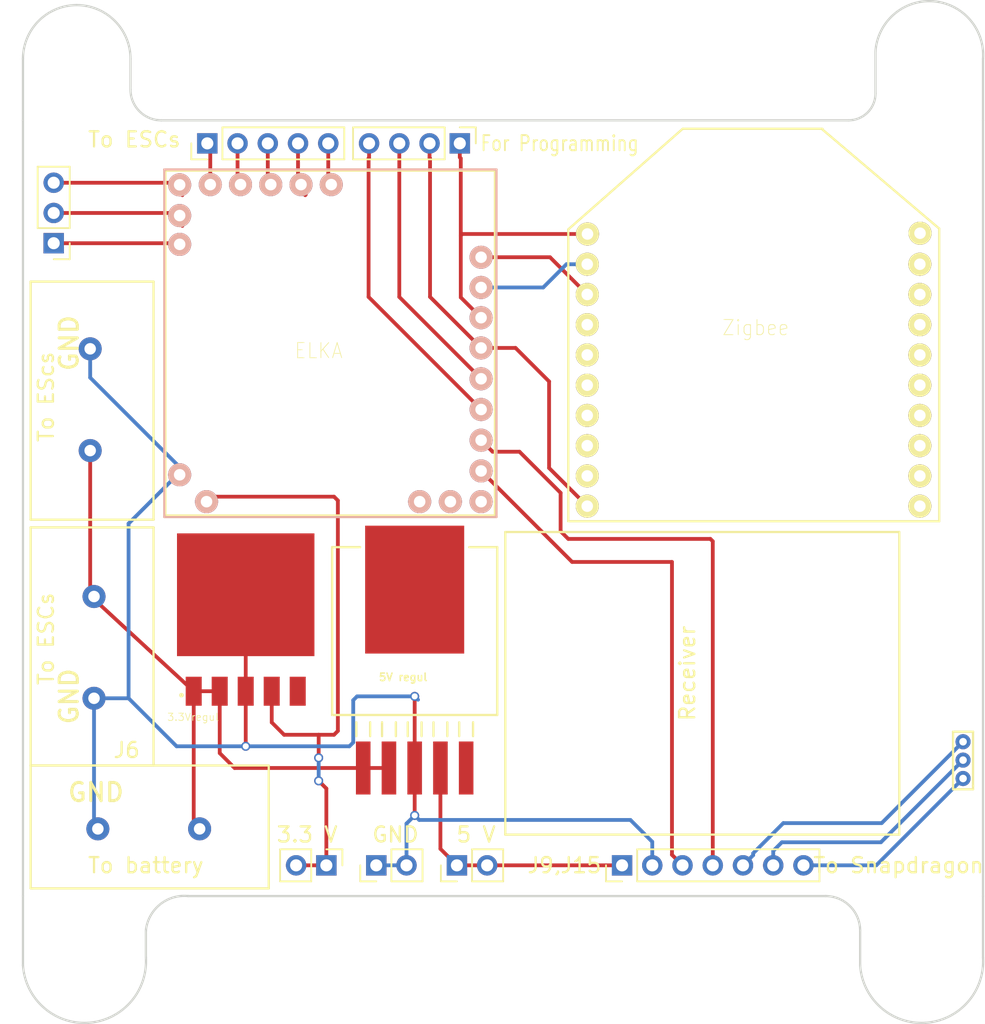
<source format=kicad_pcb>
(kicad_pcb (version 20171130) (host pcbnew 5.0.0-rc3-unknown-3e22e5c~65~ubuntu16.04.1)

  (general
    (thickness 1.6)
    (drawings 31)
    (tracks 130)
    (zones 0)
    (modules 19)
    (nets 46)
  )

  (page A4)
  (title_block
    (title Phoenix)
  )

  (layers
    (0 F.Cu signal)
    (31 B.Cu signal)
    (32 B.Adhes user)
    (33 F.Adhes user)
    (34 B.Paste user)
    (35 F.Paste user)
    (36 B.SilkS user)
    (37 F.SilkS user)
    (38 B.Mask user)
    (39 F.Mask user)
    (40 Dwgs.User user)
    (41 Cmts.User user)
    (42 Eco1.User user)
    (43 Eco2.User user)
    (44 Edge.Cuts user)
    (45 Margin user)
    (46 B.CrtYd user)
    (47 F.CrtYd user)
    (48 B.Fab user)
    (49 F.Fab user)
  )

  (setup
    (last_trace_width 0.25)
    (trace_clearance 0.2)
    (zone_clearance 0.508)
    (zone_45_only no)
    (trace_min 0.2)
    (segment_width 0.2)
    (edge_width 0.15)
    (via_size 0.6)
    (via_drill 0.4)
    (via_min_size 0.4)
    (via_min_drill 0.3)
    (uvia_size 0.3)
    (uvia_drill 0.1)
    (uvias_allowed no)
    (uvia_min_size 0.2)
    (uvia_min_drill 0.1)
    (pcb_text_width 0.3)
    (pcb_text_size 1.5 1.5)
    (mod_edge_width 0.15)
    (mod_text_size 1 1)
    (mod_text_width 0.15)
    (pad_size 1.524 1.524)
    (pad_drill 0.732)
    (pad_to_mask_clearance 0.2)
    (aux_axis_origin 0 0)
    (visible_elements FFFFFF7F)
    (pcbplotparams
      (layerselection 0x010f0_ffffffff)
      (usegerberextensions false)
      (usegerberattributes false)
      (usegerberadvancedattributes false)
      (creategerberjobfile false)
      (excludeedgelayer true)
      (linewidth 0.100000)
      (plotframeref false)
      (viasonmask false)
      (mode 1)
      (useauxorigin false)
      (hpglpennumber 1)
      (hpglpenspeed 20)
      (hpglpendiameter 15.000000)
      (psnegative false)
      (psa4output false)
      (plotreference true)
      (plotvalue true)
      (plotinvisibletext false)
      (padsonsilk false)
      (subtractmaskfromsilk false)
      (outputformat 1)
      (mirror false)
      (drillshape 0)
      (scaleselection 1)
      (outputdirectory "Gerber_files_ver2/"))
  )

  (net 0 "")
  (net 1 "Net-(E1-PadI)")
  (net 2 "Net-(E1-PadH)")
  (net 3 "Net-(E1-PadG)")
  (net 4 "Net-(E1-PadF)")
  (net 5 "Net-(E1-PadE)")
  (net 6 "Net-(E1-PadD)")
  (net 7 "Net-(E1-PadC)")
  (net 8 "Net-(E1-PadB)")
  (net 9 "Net-(E1-PadA)")
  (net 10 "Net-(E1-Pad9)")
  (net 11 "Net-(E1-Pad10)")
  (net 12 "Net-(E1-Pad3)")
  (net 13 "Net-(E1-Pad2)")
  (net 14 "Net-(E1-Pad1)")
  (net 15 "Net-(E1-Pad4)")
  (net 16 "Net-(E1-Pad5)")
  (net 17 "Net-(E1-Pad6)")
  (net 18 "Net-(E1-Pad7)")
  (net 19 "Net-(E1-Pad8)")
  (net 20 "Net-(E1-Pad12)")
  (net 21 "Net-(E1-Pad11)")
  (net 22 "Net-(J1-Pad2)")
  (net 23 "Net-(J9,J15-Pad3)")
  (net 24 "Net-(U1-Pad4)")
  (net 25 "Net-(U1-Pad5)")
  (net 26 "Net-(U1-Pad6)")
  (net 27 "Net-(U1-Pad7)")
  (net 28 "Net-(U1-Pad8)")
  (net 29 "Net-(U1-Pad9)")
  (net 30 "Net-(U1-Pad20)")
  (net 31 "Net-(U1-Pad19)")
  (net 32 "Net-(U1-Pad18)")
  (net 33 "Net-(U1-Pad17)")
  (net 34 "Net-(U1-Pad16)")
  (net 35 "Net-(U1-Pad15)")
  (net 36 "Net-(U1-Pad14)")
  (net 37 "Net-(U1-Pad13)")
  (net 38 "Net-(U1-Pad12)")
  (net 39 "Net-(U1-Pad11)")
  (net 40 "Net-(J5-Pad1)")
  (net 41 "Net-(J9,J15-Pad4)")
  (net 42 "Net-(J9,J15-Pad5)")
  (net 43 "Net-(U2-Pad5)")
  (net 44 "Net-(U2-Pad6)")
  (net 45 "Net-(U3-Pad5)")

  (net_class Default "This is the default net class."
    (clearance 0.2)
    (trace_width 0.25)
    (via_dia 0.6)
    (via_drill 0.4)
    (uvia_dia 0.3)
    (uvia_drill 0.1)
    (add_net "Net-(E1-Pad1)")
    (add_net "Net-(E1-Pad10)")
    (add_net "Net-(E1-Pad11)")
    (add_net "Net-(E1-Pad12)")
    (add_net "Net-(E1-Pad2)")
    (add_net "Net-(E1-Pad3)")
    (add_net "Net-(E1-Pad4)")
    (add_net "Net-(E1-Pad5)")
    (add_net "Net-(E1-Pad6)")
    (add_net "Net-(E1-Pad7)")
    (add_net "Net-(E1-Pad8)")
    (add_net "Net-(E1-Pad9)")
    (add_net "Net-(E1-PadA)")
    (add_net "Net-(E1-PadB)")
    (add_net "Net-(E1-PadC)")
    (add_net "Net-(E1-PadD)")
    (add_net "Net-(E1-PadE)")
    (add_net "Net-(E1-PadF)")
    (add_net "Net-(E1-PadG)")
    (add_net "Net-(E1-PadH)")
    (add_net "Net-(E1-PadI)")
    (add_net "Net-(J1-Pad2)")
    (add_net "Net-(J5-Pad1)")
    (add_net "Net-(J9,J15-Pad3)")
    (add_net "Net-(J9,J15-Pad4)")
    (add_net "Net-(J9,J15-Pad5)")
    (add_net "Net-(U1-Pad11)")
    (add_net "Net-(U1-Pad12)")
    (add_net "Net-(U1-Pad13)")
    (add_net "Net-(U1-Pad14)")
    (add_net "Net-(U1-Pad15)")
    (add_net "Net-(U1-Pad16)")
    (add_net "Net-(U1-Pad17)")
    (add_net "Net-(U1-Pad18)")
    (add_net "Net-(U1-Pad19)")
    (add_net "Net-(U1-Pad20)")
    (add_net "Net-(U1-Pad4)")
    (add_net "Net-(U1-Pad5)")
    (add_net "Net-(U1-Pad6)")
    (add_net "Net-(U1-Pad7)")
    (add_net "Net-(U1-Pad8)")
    (add_net "Net-(U1-Pad9)")
    (add_net "Net-(U2-Pad5)")
    (add_net "Net-(U2-Pad6)")
    (add_net "Net-(U3-Pad5)")
  )

  (module Pin_Headers:Pin_Header_Straight_1x07_Pitch2.00mm (layer F.Cu) (tedit 5B47922D) (tstamp 5B478ACE)
    (at 141.732 119.888 90)
    (descr "Through hole straight pin header, 1x07, 2.00mm pitch, single row")
    (tags "Through hole pin header THT 1x07 2.00mm single row")
    (path /5B27D9D0)
    (fp_text reference J9,J15 (at 0 -3.81 180) (layer F.SilkS)
      (effects (font (size 1 1) (thickness 0.15)))
    )
    (fp_text value "To Snapdragon" (at 0 18.288 180) (layer F.SilkS)
      (effects (font (size 1 1) (thickness 0.15)))
    )
    (fp_text user %R (at 0 6 180) (layer Cmts.User) hide
      (effects (font (size 1 1) (thickness 0.15)))
    )
    (fp_line (start 1.5 -1.5) (end -1.5 -1.5) (layer F.CrtYd) (width 0.05))
    (fp_line (start 1.5 13.5) (end 1.5 -1.5) (layer F.CrtYd) (width 0.05))
    (fp_line (start -1.5 13.5) (end 1.5 13.5) (layer F.CrtYd) (width 0.05))
    (fp_line (start -1.5 -1.5) (end -1.5 13.5) (layer F.CrtYd) (width 0.05))
    (fp_line (start -1.06 -1.06) (end 0 -1.06) (layer F.SilkS) (width 0.12))
    (fp_line (start -1.06 0) (end -1.06 -1.06) (layer F.SilkS) (width 0.12))
    (fp_line (start -1.06 1) (end 1.06 1) (layer F.SilkS) (width 0.12))
    (fp_line (start 1.06 1) (end 1.06 13.06) (layer F.SilkS) (width 0.12))
    (fp_line (start -1.06 1) (end -1.06 13.06) (layer F.SilkS) (width 0.12))
    (fp_line (start -1.06 13.06) (end 1.06 13.06) (layer F.SilkS) (width 0.12))
    (fp_line (start -1 -0.5) (end -0.5 -1) (layer F.Fab) (width 0.1))
    (fp_line (start -1 13) (end -1 -0.5) (layer F.Fab) (width 0.1))
    (fp_line (start 1 13) (end -1 13) (layer F.Fab) (width 0.1))
    (fp_line (start 1 -1) (end 1 13) (layer F.Fab) (width 0.1))
    (fp_line (start -0.5 -1) (end 1 -1) (layer F.Fab) (width 0.1))
    (pad 5 thru_hole oval (at 0 12 90) (size 1.35 1.35) (drill 0.8) (layers *.Cu *.Mask)
      (net 42 "Net-(J9,J15-Pad5)"))
    (pad 4 thru_hole oval (at 0 10 90) (size 1.35 1.35) (drill 0.8) (layers *.Cu *.Mask)
      (net 41 "Net-(J9,J15-Pad4)"))
    (pad 3 thru_hole oval (at 0 8 90) (size 1.35 1.35) (drill 0.8) (layers *.Cu *.Mask)
      (net 23 "Net-(J9,J15-Pad3)"))
    (pad 6 thru_hole oval (at 0 6 90) (size 1.35 1.35) (drill 0.8) (layers *.Cu *.Mask)
      (net 3 "Net-(E1-PadG)"))
    (pad 7 thru_hole oval (at 0 4 90) (size 1.35 1.35) (drill 0.8) (layers *.Cu *.Mask)
      (net 2 "Net-(E1-PadH)"))
    (pad 2 thru_hole oval (at 0 2 90) (size 1.35 1.35) (drill 0.8) (layers *.Cu *.Mask)
      (net 21 "Net-(E1-Pad11)"))
    (pad 1 thru_hole rect (at 0 0 90) (size 1.35 1.35) (drill 0.8) (layers *.Cu *.Mask)
      (net 40 "Net-(J5-Pad1)"))
    (model ${KISYS3DMOD}/Pin_Headers.3dshapes/Pin_Header_Straight_1x07_Pitch2.00mm.wrl
      (at (xyz 0 0 0))
      (scale (xyz 1 1 1))
      (rotate (xyz 0 0 0))
    )
  )

  (module XT30:SPMAJST6 (layer F.Cu) (tedit 5B478C8B) (tstamp 5B2810D9)
    (at 163.576 113.792 270)
    (path /5B22674F)
    (fp_text reference R1 (at 0.635 0.889 270) (layer F.SilkS) hide
      (effects (font (size 1 1) (thickness 0.15)))
    )
    (fp_text value Receiver (at -6.604 17.526 270) (layer F.SilkS)
      (effects (font (size 1 1) (thickness 0.15)))
    )
    (fp_line (start -15.9512 29.5656) (end 4.064 29.5656) (layer F.SilkS) (width 0.15))
    (fp_line (start 4.064 29.5656) (end 4.064 3.5052) (layer F.SilkS) (width 0.15))
    (fp_line (start 4.064 3.5052) (end -15.9512 3.5052) (layer F.SilkS) (width 0.15))
    (fp_line (start -15.9512 3.5052) (end -15.9512 29.5656) (layer F.SilkS) (width 0.15))
    (fp_line (start -2.7432 -1.3716) (end 0.8636 -1.3716) (layer F.SilkS) (width 0.15))
    (fp_line (start -2.7432 -1.3716) (end -2.7432 -0.0508) (layer F.SilkS) (width 0.15))
    (fp_line (start -2.7432 -0.0508) (end 0.8636 -0.0508) (layer F.SilkS) (width 0.15))
    (fp_line (start 0.8636 -0.0508) (end 1.0668 -0.0508) (layer F.SilkS) (width 0.15))
    (fp_line (start 1.0668 -0.0508) (end 1.0668 -1.3716) (layer F.SilkS) (width 0.15))
    (fp_line (start 1.0668 -1.3716) (end 0.8128 -1.3716) (layer F.SilkS) (width 0.15))
    (pad 1 thru_hole circle (at -2.0796 -0.7112 270) (size 1 1) (drill 0.5) (layers *.Cu *.Mask)
      (net 23 "Net-(J9,J15-Pad3)"))
    (pad 2 thru_hole circle (at -0.8636 -0.7112 270) (size 1 1) (drill 0.5) (layers *.Cu *.Mask)
      (net 41 "Net-(J9,J15-Pad4)"))
    (pad 3 thru_hole circle (at 0.3524 -0.7112 270) (size 1 1) (drill 0.5) (layers *.Cu *.Mask)
      (net 42 "Net-(J9,J15-Pad5)"))
  )

  (module "holes:mech holes" (layer F.Cu) (tedit 5B317533) (tstamp 5B31752B)
    (at 162.052 129.286)
    (fp_text reference REF** (at 0 0.5) (layer Cmts.User) hide
      (effects (font (size 1 1) (thickness 0.15)))
    )
    (fp_text value "mech holes" (at 0 -0.5) (layer Cmts.User) hide
      (effects (font (size 1 1) (thickness 0.15)))
    )
    (pad "" np_thru_hole circle (at -0.508 -3.2004) (size 4 4) (drill 4) (layers *.Cu *.Mask))
  )

  (module DIP-20:DIP-20 (layer F.Cu) (tedit 5B46C479) (tstamp 5B2A9992)
    (at 138.176 104.14)
    (descr "Xbee Zb (Zigbee Pro Feature Set), 1mw, Wire Antenna, 250000")
    (path /5B213357)
    (fp_text reference Zigbee (at 12.3952 -19.812) (layer F.SilkS)
      (effects (font (size 1 0.9) (thickness 0.05)))
    )
    (fp_text value Zigbee (at 4.4196 -19.8628) (layer F.SilkS) hide
      (effects (font (size 1 0.9) (thickness 0.05)))
    )
    (fp_line (start 24.5364 -26.3652) (end 24.5364 -7.0104) (layer F.SilkS) (width 0.15))
    (fp_line (start 24.5364 -7.0104) (end 0 -7.0104) (layer F.SilkS) (width 0.15))
    (fp_line (start 0 -7.0104) (end 0 -26.3144) (layer F.SilkS) (width 0.15))
    (fp_line (start 16.8148 -32.9184) (end 24.5364 -26.3652) (layer F.SilkS) (width 0.15))
    (fp_line (start 0 -26.3144) (end 7.5692 -32.9692) (layer F.SilkS) (width 0.15))
    (fp_line (start 7.5692 -32.9692) (end 16.8148 -32.9692) (layer F.SilkS) (width 0.15))
    (pad 1 thru_hole circle (at 1.27 -26.0096) (size 1.524 1.524) (drill 0.762) (layers *.Cu *.Mask F.SilkS)
      (net 7 "Net-(E1-PadC)"))
    (pad 2 thru_hole circle (at 1.254 -24.009) (size 1.524 1.524) (drill 0.762) (layers *.Cu *.Mask F.SilkS)
      (net 8 "Net-(E1-PadB)"))
    (pad 3 thru_hole circle (at 1.254 -22.009) (size 1.524 1.524) (drill 0.762) (layers *.Cu *.Mask F.SilkS)
      (net 9 "Net-(E1-PadA)"))
    (pad 4 thru_hole circle (at 1.254 -20.009) (size 1.524 1.524) (drill 0.762) (layers *.Cu *.Mask F.SilkS)
      (net 24 "Net-(U1-Pad4)"))
    (pad 5 thru_hole circle (at 1.254 -18.009) (size 1.524 1.524) (drill 0.762) (layers *.Cu *.Mask F.SilkS)
      (net 25 "Net-(U1-Pad5)"))
    (pad 6 thru_hole circle (at 1.254 -16.009) (size 1.524 1.524) (drill 0.762) (layers *.Cu *.Mask F.SilkS)
      (net 26 "Net-(U1-Pad6)"))
    (pad 7 thru_hole circle (at 1.254 -14.009) (size 1.524 1.524) (drill 0.762) (layers *.Cu *.Mask F.SilkS)
      (net 27 "Net-(U1-Pad7)"))
    (pad 8 thru_hole circle (at 1.254 -12.009) (size 1.524 1.524) (drill 0.762) (layers *.Cu *.Mask F.SilkS)
      (net 28 "Net-(U1-Pad8)"))
    (pad 9 thru_hole circle (at 1.254 -10.009) (size 1.524 1.524) (drill 0.762) (layers *.Cu *.Mask F.SilkS)
      (net 29 "Net-(U1-Pad9)"))
    (pad 10 thru_hole circle (at 1.254 -8.009) (size 1.524 1.524) (drill 0.762) (layers *.Cu *.Mask F.SilkS)
      (net 6 "Net-(E1-PadD)"))
    (pad 20 thru_hole circle (at 23.2664 -26.0604) (size 1.524 1.524) (drill 0.762) (layers *.Cu *.Mask F.SilkS)
      (net 30 "Net-(U1-Pad20)"))
    (pad 19 thru_hole circle (at 23.254 -24.009) (size 1.524 1.524) (drill 0.762) (layers *.Cu *.Mask F.SilkS)
      (net 31 "Net-(U1-Pad19)"))
    (pad 18 thru_hole circle (at 23.254 -22.009) (size 1.524 1.524) (drill 0.762) (layers *.Cu *.Mask F.SilkS)
      (net 32 "Net-(U1-Pad18)"))
    (pad 17 thru_hole circle (at 23.254 -20.009) (size 1.524 1.524) (drill 0.762) (layers *.Cu *.Mask F.SilkS)
      (net 33 "Net-(U1-Pad17)"))
    (pad 16 thru_hole circle (at 23.254 -18.009) (size 1.524 1.524) (drill 0.762) (layers *.Cu *.Mask F.SilkS)
      (net 34 "Net-(U1-Pad16)"))
    (pad 15 thru_hole circle (at 23.254 -16.009) (size 1.524 1.524) (drill 0.762) (layers *.Cu *.Mask F.SilkS)
      (net 35 "Net-(U1-Pad15)"))
    (pad 14 thru_hole circle (at 23.254 -14.009) (size 1.524 1.524) (drill 0.762) (layers *.Cu *.Mask F.SilkS)
      (net 36 "Net-(U1-Pad14)"))
    (pad 13 thru_hole circle (at 23.254 -12.009) (size 1.524 1.524) (drill 0.762) (layers *.Cu *.Mask F.SilkS)
      (net 37 "Net-(U1-Pad13)"))
    (pad 12 thru_hole circle (at 23.254 -10.009) (size 1.524 1.524) (drill 0.762) (layers *.Cu *.Mask F.SilkS)
      (net 38 "Net-(U1-Pad12)"))
    (pad 11 thru_hole circle (at 23.254 -8.009) (size 1.524 1.524) (drill 0.762) (layers *.Cu *.Mask F.SilkS)
      (net 39 "Net-(U1-Pad11)"))
  )

  (module Pin_Headers:Pin_Header_Straight_1x05_Pitch2.00mm (layer F.Cu) (tedit 5B2AADA3) (tstamp 5B2AB112)
    (at 114.3 72.136 90)
    (descr "Through hole straight pin header, 1x05, 2.00mm pitch, single row")
    (tags "Through hole pin header THT 1x05 2.00mm single row")
    (path /5B2AABEA)
    (fp_text reference "To ESCs" (at 0.254 -4.826 180) (layer F.SilkS)
      (effects (font (size 1 1) (thickness 0.15)))
    )
    (fp_text value "" (at 0 10.06 90) (layer F.Fab)
      (effects (font (size 1 1) (thickness 0.15)))
    )
    (fp_line (start -0.5 -1) (end 1 -1) (layer F.Fab) (width 0.1))
    (fp_line (start 1 -1) (end 1 9) (layer F.Fab) (width 0.1))
    (fp_line (start 1 9) (end -1 9) (layer F.Fab) (width 0.1))
    (fp_line (start -1 9) (end -1 -0.5) (layer F.Fab) (width 0.1))
    (fp_line (start -1 -0.5) (end -0.5 -1) (layer F.Fab) (width 0.1))
    (fp_line (start -1.06 9.06) (end 1.06 9.06) (layer F.SilkS) (width 0.12))
    (fp_line (start -1.06 1) (end -1.06 9.06) (layer F.SilkS) (width 0.12))
    (fp_line (start 1.06 1) (end 1.06 9.06) (layer F.SilkS) (width 0.12))
    (fp_line (start -1.06 1) (end 1.06 1) (layer F.SilkS) (width 0.12))
    (fp_line (start -1.06 0) (end -1.06 -1.06) (layer F.SilkS) (width 0.12))
    (fp_line (start -1.06 -1.06) (end 0 -1.06) (layer F.SilkS) (width 0.12))
    (fp_line (start -1.5 -1.5) (end -1.5 9.5) (layer F.CrtYd) (width 0.05))
    (fp_line (start -1.5 9.5) (end 1.5 9.5) (layer F.CrtYd) (width 0.05))
    (fp_line (start 1.5 9.5) (end 1.5 -1.5) (layer F.CrtYd) (width 0.05))
    (fp_line (start 1.5 -1.5) (end -1.5 -1.5) (layer F.CrtYd) (width 0.05))
    (fp_text user "" (at 0 4 180) (layer F.Fab) hide
      (effects (font (size 1 1) (thickness 0.15)))
    )
    (pad 1 thru_hole rect (at 0 0 90) (size 1.35 1.35) (drill 0.8) (layers *.Cu *.Mask)
      (net 15 "Net-(E1-Pad4)"))
    (pad 2 thru_hole oval (at 0 2 90) (size 1.35 1.35) (drill 0.8) (layers *.Cu *.Mask)
      (net 16 "Net-(E1-Pad5)"))
    (pad 3 thru_hole oval (at 0 4 90) (size 1.35 1.35) (drill 0.8) (layers *.Cu *.Mask)
      (net 17 "Net-(E1-Pad6)"))
    (pad 4 thru_hole oval (at 0 6 90) (size 1.35 1.35) (drill 0.8) (layers *.Cu *.Mask)
      (net 18 "Net-(E1-Pad7)"))
    (pad 5 thru_hole oval (at 0 8 90) (size 1.35 1.35) (drill 0.8) (layers *.Cu *.Mask)
      (net 19 "Net-(E1-Pad8)"))
    (model ${KISYS3DMOD}/Pin_Headers.3dshapes/Pin_Header_Straight_1x05_Pitch2.00mm.wrl
      (at (xyz 0 0 0))
      (scale (xyz 1 1 1))
      (rotate (xyz 0 0 0))
    )
  )

  (module ELKA:ELKA (layer F.Cu) (tedit 5B46C2CB) (tstamp 5B2A9957)
    (at 121.666 85.852)
    (descr "Xbee Zb (Zigbee Pro Feature Set), 1mw, Wire Antenna, 250000")
    (path /5B22681E)
    (fp_text reference ELKA (at 0 0) (layer F.SilkS)
      (effects (font (size 1 0.9) (thickness 0.05)))
    )
    (fp_text value ELKA (at -0.889 -14.732) (layer F.SilkS) hide
      (effects (font (size 1 0.9) (thickness 0.05)))
    )
    (fp_line (start 11.7602 10.9982) (end -10.2108 10.9982) (layer B.SilkS) (width 0.15))
    (fp_line (start 11.7602 -11.9888) (end 11.7602 10.9982) (layer B.SilkS) (width 0.15))
    (fp_line (start -10.2108 -11.9888) (end 11.7602 -11.9888) (layer B.SilkS) (width 0.15))
    (fp_line (start -10.2108 10.9982) (end -10.2108 -11.9888) (layer B.SilkS) (width 0.15))
    (pad D thru_hole circle (at 10.742477 -0.184796) (size 1.524 1.524) (drill 0.762) (layers *.Cu *.Mask B.SilkS)
      (net 6 "Net-(E1-PadD)"))
    (pad C thru_hole circle (at 10.742477 -2.184796) (size 1.524 1.524) (drill 0.762) (layers *.Cu *.Mask B.SilkS)
      (net 7 "Net-(E1-PadC)"))
    (pad B thru_hole circle (at 10.742477 -4.184796) (size 1.524 1.524) (drill 0.762) (layers *.Cu *.Mask B.SilkS)
      (net 8 "Net-(E1-PadB)"))
    (pad A thru_hole circle (at 10.742477 -6.184796) (size 1.524 1.524) (drill 0.762) (layers *.Cu *.Mask B.SilkS)
      (net 9 "Net-(E1-PadA)"))
    (pad 12 thru_hole circle (at -7.4168 9.9822) (size 1.524 1.524) (drill 0.762) (layers *.Cu *.Mask B.SilkS)
      (net 20 "Net-(E1-Pad12)"))
    (pad 11 thru_hole circle (at -9.1948 8.2042 270) (size 1.524 1.524) (drill 0.762) (layers *.Cu *.Mask B.SilkS)
      (net 21 "Net-(E1-Pad11)"))
    (pad E thru_hole circle (at 10.7442 1.8542 270) (size 1.524 1.524) (drill 0.762) (layers *.Cu *.Mask B.SilkS)
      (net 5 "Net-(E1-PadE)"))
    (pad F thru_hole circle (at 10.7442 3.8862 270) (size 1.524 1.524) (drill 0.762) (layers *.Cu *.Mask B.SilkS)
      (net 4 "Net-(E1-PadF)"))
    (pad G thru_hole circle (at 10.7442 5.9182 270) (size 1.524 1.524) (drill 0.762) (layers *.Cu *.Mask B.SilkS)
      (net 3 "Net-(E1-PadG)"))
    (pad H thru_hole circle (at 10.7442 7.9502 270) (size 1.524 1.524) (drill 0.762) (layers *.Cu *.Mask B.SilkS)
      (net 2 "Net-(E1-PadH)"))
    (pad 10 thru_hole circle (at 6.6802 9.9822 270) (size 1.524 1.524) (drill 0.762) (layers *.Cu *.Mask B.SilkS)
      (net 11 "Net-(E1-Pad10)"))
    (pad 9 thru_hole circle (at 8.7122 9.9822 270) (size 1.524 1.524) (drill 0.762) (layers *.Cu *.Mask B.SilkS)
      (net 10 "Net-(E1-Pad9)"))
    (pad I thru_hole circle (at 10.7442 9.9822 270) (size 1.524 1.524) (drill 0.762) (layers *.Cu *.Mask B.SilkS)
      (net 1 "Net-(E1-PadI)"))
    (pad 1 thru_hole circle (at -9.1948 -7.0358 270) (size 1.524 1.524) (drill 0.762) (layers *.Cu *.Mask B.SilkS)
      (net 14 "Net-(E1-Pad1)"))
    (pad 2 thru_hole circle (at -9.1948 -8.9408 270) (size 1.524 1.524) (drill 0.762) (layers *.Cu *.Mask B.SilkS)
      (net 13 "Net-(E1-Pad2)"))
    (pad 8 thru_hole circle (at 0.8312 -10.9888 270) (size 1.524 1.524) (drill 0.762) (layers *.Cu *.Mask B.SilkS)
      (net 19 "Net-(E1-Pad8)"))
    (pad 7 thru_hole circle (at -1.1688 -10.9888 270) (size 1.524 1.524) (drill 0.762) (layers *.Cu *.Mask B.SilkS)
      (net 18 "Net-(E1-Pad7)"))
    (pad 6 thru_hole circle (at -3.1688 -10.9888 270) (size 1.524 1.524) (drill 0.762) (layers *.Cu *.Mask B.SilkS)
      (net 17 "Net-(E1-Pad6)"))
    (pad 5 thru_hole circle (at -5.1688 -10.9888 270) (size 1.524 1.524) (drill 0.762) (layers *.Cu *.Mask B.SilkS)
      (net 16 "Net-(E1-Pad5)"))
    (pad 4 thru_hole circle (at -7.1688 -10.9888 270) (size 1.524 1.524) (drill 0.762) (layers *.Cu *.Mask B.SilkS)
      (net 15 "Net-(E1-Pad4)"))
    (pad 3 thru_hole circle (at -9.1948 -10.9728 270) (size 1.524 1.524) (drill 0.762) (layers *.Cu *.Mask B.SilkS)
      (net 12 "Net-(E1-Pad3)"))
  )

  (module "holes:mech holes" (layer F.Cu) (tedit 5B317427) (tstamp 5B3174AE)
    (at 106.172 69.596)
    (fp_text reference REF** (at 0 0.5) (layer Cmts.User) hide
      (effects (font (size 1 1) (thickness 0.15)))
    )
    (fp_text value "mech holes" (at 0 -0.5) (layer Cmts.User) hide
      (effects (font (size 1 1) (thickness 0.15)))
    )
    (pad "" np_thru_hole circle (at -0.508 -3.2004) (size 4 4) (drill 4) (layers *.Cu *.Mask))
  )

  (module XT30:XT30 (layer F.Cu) (tedit 5B2BA483) (tstamp 5B2BA6B4)
    (at 112.522 87.122 270)
    (path /5B2BA404)
    (fp_text reference "To EScs" (at 1.778 8.89 270) (layer F.SilkS)
      (effects (font (size 1 1) (thickness 0.15)))
    )
    (fp_text value "To ESCs" (at 0 -0.5 270) (layer Cmts.User) hide
      (effects (font (size 1 1) (thickness 0.15)))
    )
    (fp_line (start -5.842 1.778) (end -5.842 9.906) (layer F.SilkS) (width 0.15))
    (fp_line (start -5.842 9.906) (end -5.715 9.906) (layer F.SilkS) (width 0.15))
    (fp_line (start -5.842 1.778) (end 9.906 1.778) (layer F.SilkS) (width 0.15))
    (fp_line (start 9.906 1.778) (end 9.906 9.906) (layer F.SilkS) (width 0.15))
    (fp_line (start 9.906 9.906) (end -5.715 9.906) (layer F.SilkS) (width 0.15))
    (pad 1 thru_hole circle (at -1.397 5.969 270) (size 1.524 1.524) (drill 0.762) (layers *.Cu *.Mask)
      (net 21 "Net-(E1-Pad11)"))
    (pad 2 thru_hole circle (at 5.334 5.969 270) (size 1.524 1.524) (drill 0.762) (layers *.Cu *.Mask)
      (net 22 "Net-(J1-Pad2)"))
  )

  (module XT30:XT30 (layer F.Cu) (tedit 5B2AA790) (tstamp 5B2810AD)
    (at 100.838 107.442 90)
    (path /5B24102D)
    (fp_text reference J1 (at 0.508 0.762 90) (layer F.SilkS) hide
      (effects (font (size 1 1) (thickness 0.15)))
    )
    (fp_text value "To battery" (at -12.446 9.398 180) (layer F.SilkS)
      (effects (font (size 1 1) (thickness 0.15)))
    )
    (fp_line (start -5.842 1.778) (end -5.842 9.906) (layer F.SilkS) (width 0.15))
    (fp_line (start -5.842 9.906) (end -5.715 9.906) (layer F.SilkS) (width 0.15))
    (fp_line (start -5.842 1.778) (end 9.906 1.778) (layer F.SilkS) (width 0.15))
    (fp_line (start 9.906 1.778) (end 9.906 9.906) (layer F.SilkS) (width 0.15))
    (fp_line (start 9.906 9.906) (end -5.715 9.906) (layer F.SilkS) (width 0.15))
    (pad 1 thru_hole circle (at -1.397 5.969 90) (size 1.524 1.524) (drill 0.762) (layers *.Cu *.Mask)
      (net 21 "Net-(E1-Pad11)"))
    (pad 2 thru_hole circle (at 5.334 5.969 90) (size 1.524 1.524) (drill 0.762) (layers *.Cu *.Mask)
      (net 22 "Net-(J1-Pad2)"))
  )

  (module Pin_Headers:Pin_Header_Straight_1x04_Pitch2.00mm (layer F.Cu) (tedit 5B2BA6E8) (tstamp 5B46CD70)
    (at 131 72.136 270)
    (descr "Through hole straight pin header, 1x04, 2.00mm pitch, single row")
    (tags "Through hole pin header THT 1x04 2.00mm single row")
    (path /5B23F496)
    (fp_text reference J16 (at 0 -2.06 270) (layer F.SilkS) hide
      (effects (font (size 1 1) (thickness 0.15)))
    )
    (fp_text value "For Programming" (at 0 -6.604) (layer F.SilkS)
      (effects (font (size 1 0.8) (thickness 0.12)))
    )
    (fp_line (start -0.5 -1) (end 1 -1) (layer F.Fab) (width 0.1))
    (fp_line (start 1 -1) (end 1 7) (layer F.Fab) (width 0.1))
    (fp_line (start 1 7) (end -1 7) (layer F.Fab) (width 0.1))
    (fp_line (start -1 7) (end -1 -0.5) (layer F.Fab) (width 0.1))
    (fp_line (start -1 -0.5) (end -0.5 -1) (layer F.Fab) (width 0.1))
    (fp_line (start -1.06 7.06) (end 1.06 7.06) (layer F.SilkS) (width 0.12))
    (fp_line (start -1.06 1) (end -1.06 7.06) (layer F.SilkS) (width 0.12))
    (fp_line (start 1.06 1) (end 1.06 7.06) (layer F.SilkS) (width 0.12))
    (fp_line (start -1.06 1) (end 1.06 1) (layer F.SilkS) (width 0.12))
    (fp_line (start -1.06 0) (end -1.06 -1.06) (layer F.SilkS) (width 0.12))
    (fp_line (start -1.06 -1.06) (end 0 -1.06) (layer F.SilkS) (width 0.12))
    (fp_line (start -1.5 -1.5) (end -1.5 7.5) (layer F.CrtYd) (width 0.05))
    (fp_line (start -1.5 7.5) (end 1.5 7.5) (layer F.CrtYd) (width 0.05))
    (fp_line (start 1.5 7.5) (end 1.5 -1.5) (layer F.CrtYd) (width 0.05))
    (fp_line (start 1.5 -1.5) (end -1.5 -1.5) (layer F.CrtYd) (width 0.05))
    (fp_text user %R (at 0 3) (layer F.Fab) hide
      (effects (font (size 1 1) (thickness 0.15)))
    )
    (pad 1 thru_hole rect (at 0 0 270) (size 1.35 1.35) (drill 0.8) (layers *.Cu *.Mask)
      (net 7 "Net-(E1-PadC)"))
    (pad 2 thru_hole oval (at 0 2 270) (size 1.35 1.35) (drill 0.8) (layers *.Cu *.Mask)
      (net 6 "Net-(E1-PadD)"))
    (pad 3 thru_hole oval (at 0 4 270) (size 1.35 1.35) (drill 0.8) (layers *.Cu *.Mask)
      (net 5 "Net-(E1-PadE)"))
    (pad 4 thru_hole oval (at 0 6 270) (size 1.35 1.35) (drill 0.8) (layers *.Cu *.Mask)
      (net 4 "Net-(E1-PadF)"))
    (model ${KISYS3DMOD}/Pin_Headers.3dshapes/Pin_Header_Straight_1x04_Pitch2.00mm.wrl
      (at (xyz 0 0 0))
      (scale (xyz 1 1 1))
      (rotate (xyz 0 0 0))
    )
  )

  (module Pin_Headers:Pin_Header_Straight_1x02_Pitch2.00mm (layer F.Cu) (tedit 5B2BA148) (tstamp 5B2A995D)
    (at 122.174 119.888 270)
    (descr "Through hole straight pin header, 1x02, 2.00mm pitch, single row")
    (tags "Through hole pin header THT 1x02 2.00mm single row")
    (path /5B29B43A)
    (fp_text reference J3 (at 0 -2.06 270) (layer F.SilkS) hide
      (effects (font (size 1 1) (thickness 0.15)))
    )
    (fp_text value "3.3 V" (at -2.032 1.27) (layer F.SilkS)
      (effects (font (size 1 1) (thickness 0.15)))
    )
    (fp_line (start -0.5 -1) (end 1 -1) (layer F.Fab) (width 0.1))
    (fp_line (start 1 -1) (end 1 3) (layer F.Fab) (width 0.1))
    (fp_line (start 1 3) (end -1 3) (layer F.Fab) (width 0.1))
    (fp_line (start -1 3) (end -1 -0.5) (layer F.Fab) (width 0.1))
    (fp_line (start -1 -0.5) (end -0.5 -1) (layer F.Fab) (width 0.1))
    (fp_line (start -1.06 3.06) (end 1.06 3.06) (layer F.SilkS) (width 0.12))
    (fp_line (start -1.06 1) (end -1.06 3.06) (layer F.SilkS) (width 0.12))
    (fp_line (start 1.06 1) (end 1.06 3.06) (layer F.SilkS) (width 0.12))
    (fp_line (start -1.06 1) (end 1.06 1) (layer F.SilkS) (width 0.12))
    (fp_line (start -1.06 0) (end -1.06 -1.06) (layer F.SilkS) (width 0.12))
    (fp_line (start -1.06 -1.06) (end 0 -1.06) (layer F.SilkS) (width 0.12))
    (fp_line (start -1.5 -1.5) (end -1.5 3.5) (layer F.CrtYd) (width 0.05))
    (fp_line (start -1.5 3.5) (end 1.5 3.5) (layer F.CrtYd) (width 0.05))
    (fp_line (start 1.5 3.5) (end 1.5 -1.5) (layer F.CrtYd) (width 0.05))
    (fp_line (start 1.5 -1.5) (end -1.5 -1.5) (layer F.CrtYd) (width 0.05))
    (fp_text user %R (at 0 1) (layer F.Fab) hide
      (effects (font (size 1 1) (thickness 0.15)))
    )
    (pad 1 thru_hole rect (at 0 0 270) (size 1.35 1.35) (drill 0.8) (layers *.Cu *.Mask)
      (net 20 "Net-(E1-Pad12)"))
    (pad 2 thru_hole oval (at 0 2 270) (size 1.35 1.35) (drill 0.8) (layers *.Cu *.Mask)
      (net 20 "Net-(E1-Pad12)"))
    (model ${KISYS3DMOD}/Pin_Headers.3dshapes/Pin_Header_Straight_1x02_Pitch2.00mm.wrl
      (at (xyz 0 0 0))
      (scale (xyz 1 1 1))
      (rotate (xyz 0 0 0))
    )
  )

  (module Pin_Headers:Pin_Header_Straight_1x02_Pitch2.00mm (layer F.Cu) (tedit 5B2BA165) (tstamp 5B2A9963)
    (at 125.476 119.888 90)
    (descr "Through hole straight pin header, 1x02, 2.00mm pitch, single row")
    (tags "Through hole pin header THT 1x02 2.00mm single row")
    (path /5B29B788)
    (fp_text reference J4 (at 0 -2.06 90) (layer F.SilkS) hide
      (effects (font (size 1 1) (thickness 0.15)))
    )
    (fp_text value GND (at 2.032 1.27 180) (layer F.SilkS)
      (effects (font (size 1 1) (thickness 0.15)))
    )
    (fp_line (start -0.5 -1) (end 1 -1) (layer F.Fab) (width 0.1))
    (fp_line (start 1 -1) (end 1 3) (layer F.Fab) (width 0.1))
    (fp_line (start 1 3) (end -1 3) (layer F.Fab) (width 0.1))
    (fp_line (start -1 3) (end -1 -0.5) (layer F.Fab) (width 0.1))
    (fp_line (start -1 -0.5) (end -0.5 -1) (layer F.Fab) (width 0.1))
    (fp_line (start -1.06 3.06) (end 1.06 3.06) (layer F.SilkS) (width 0.12))
    (fp_line (start -1.06 1) (end -1.06 3.06) (layer F.SilkS) (width 0.12))
    (fp_line (start 1.06 1) (end 1.06 3.06) (layer F.SilkS) (width 0.12))
    (fp_line (start -1.06 1) (end 1.06 1) (layer F.SilkS) (width 0.12))
    (fp_line (start -1.06 0) (end -1.06 -1.06) (layer F.SilkS) (width 0.12))
    (fp_line (start -1.06 -1.06) (end 0 -1.06) (layer F.SilkS) (width 0.12))
    (fp_line (start -1.5 -1.5) (end -1.5 3.5) (layer F.CrtYd) (width 0.05))
    (fp_line (start -1.5 3.5) (end 1.5 3.5) (layer F.CrtYd) (width 0.05))
    (fp_line (start 1.5 3.5) (end 1.5 -1.5) (layer F.CrtYd) (width 0.05))
    (fp_line (start 1.5 -1.5) (end -1.5 -1.5) (layer F.CrtYd) (width 0.05))
    (fp_text user %R (at 0 1 180) (layer Cmts.User) hide
      (effects (font (size 1 1) (thickness 0.15)))
    )
    (pad 1 thru_hole rect (at 0 0 90) (size 1.35 1.35) (drill 0.8) (layers *.Cu *.Mask)
      (net 21 "Net-(E1-Pad11)"))
    (pad 2 thru_hole oval (at 0 2 90) (size 1.35 1.35) (drill 0.8) (layers *.Cu *.Mask)
      (net 21 "Net-(E1-Pad11)"))
    (model ${KISYS3DMOD}/Pin_Headers.3dshapes/Pin_Header_Straight_1x02_Pitch2.00mm.wrl
      (at (xyz 0 0 0))
      (scale (xyz 1 1 1))
      (rotate (xyz 0 0 0))
    )
  )

  (module Pin_Headers:Pin_Header_Straight_1x02_Pitch2.00mm (layer F.Cu) (tedit 5B2BA160) (tstamp 5B2A9969)
    (at 130.81 119.888 90)
    (descr "Through hole straight pin header, 1x02, 2.00mm pitch, single row")
    (tags "Through hole pin header THT 1x02 2.00mm single row")
    (path /5B29B3DB)
    (fp_text reference J5 (at 0 -2.06 90) (layer F.SilkS) hide
      (effects (font (size 1 1) (thickness 0.15)))
    )
    (fp_text value "5 V" (at 2.032 1.27 180) (layer F.SilkS)
      (effects (font (size 1 1) (thickness 0.15)))
    )
    (fp_line (start -0.5 -1) (end 1 -1) (layer F.Fab) (width 0.1))
    (fp_line (start 1 -1) (end 1 3) (layer F.Fab) (width 0.1))
    (fp_line (start 1 3) (end -1 3) (layer F.Fab) (width 0.1))
    (fp_line (start -1 3) (end -1 -0.5) (layer F.Fab) (width 0.1))
    (fp_line (start -1 -0.5) (end -0.5 -1) (layer F.Fab) (width 0.1))
    (fp_line (start -1.06 3.06) (end 1.06 3.06) (layer F.SilkS) (width 0.12))
    (fp_line (start -1.06 1) (end -1.06 3.06) (layer F.SilkS) (width 0.12))
    (fp_line (start 1.06 1) (end 1.06 3.06) (layer F.SilkS) (width 0.12))
    (fp_line (start -1.06 1) (end 1.06 1) (layer F.SilkS) (width 0.12))
    (fp_line (start -1.06 0) (end -1.06 -1.06) (layer F.SilkS) (width 0.12))
    (fp_line (start -1.06 -1.06) (end 0 -1.06) (layer F.SilkS) (width 0.12))
    (fp_line (start -1.5 -1.5) (end -1.5 3.5) (layer F.CrtYd) (width 0.05))
    (fp_line (start -1.5 3.5) (end 1.5 3.5) (layer F.CrtYd) (width 0.05))
    (fp_line (start 1.5 3.5) (end 1.5 -1.5) (layer F.CrtYd) (width 0.05))
    (fp_line (start 1.5 -1.5) (end -1.5 -1.5) (layer F.CrtYd) (width 0.05))
    (fp_text user %R (at 0 1 180) (layer Cmts.User) hide
      (effects (font (size 1 1) (thickness 0.15)))
    )
    (pad 1 thru_hole rect (at 0 0 90) (size 1.35 1.35) (drill 0.8) (layers *.Cu *.Mask)
      (net 40 "Net-(J5-Pad1)"))
    (pad 2 thru_hole oval (at 0 2 90) (size 1.35 1.35) (drill 0.8) (layers *.Cu *.Mask)
      (net 40 "Net-(J5-Pad1)"))
    (model ${KISYS3DMOD}/Pin_Headers.3dshapes/Pin_Header_Straight_1x02_Pitch2.00mm.wrl
      (at (xyz 0 0 0))
      (scale (xyz 1 1 1))
      (rotate (xyz 0 0 0))
    )
  )

  (module XT30:XT30 (layer F.Cu) (tedit 5B2BA489) (tstamp 5B2A996F)
    (at 108.458 111.506)
    (path /5B2A9509)
    (fp_text reference J6 (at 0.508 0.762) (layer F.SilkS)
      (effects (font (size 1 1) (thickness 0.15)))
    )
    (fp_text value "To ESCs" (at -4.826 -6.604 90) (layer F.SilkS)
      (effects (font (size 1 1) (thickness 0.15)))
    )
    (fp_line (start -5.842 1.778) (end -5.842 9.906) (layer F.SilkS) (width 0.15))
    (fp_line (start -5.842 9.906) (end -5.715 9.906) (layer F.SilkS) (width 0.15))
    (fp_line (start -5.842 1.778) (end 9.906 1.778) (layer F.SilkS) (width 0.15))
    (fp_line (start 9.906 1.778) (end 9.906 9.906) (layer F.SilkS) (width 0.15))
    (fp_line (start 9.906 9.906) (end -5.715 9.906) (layer F.SilkS) (width 0.15))
    (pad 1 thru_hole circle (at -1.397 5.969) (size 1.524 1.524) (drill 0.762) (layers *.Cu *.Mask)
      (net 21 "Net-(E1-Pad11)"))
    (pad 2 thru_hole circle (at 5.334 5.969) (size 1.524 1.524) (drill 0.762) (layers *.Cu *.Mask)
      (net 22 "Net-(J1-Pad2)"))
  )

  (module footprints:MIC29501-5.0WU (layer F.Cu) (tedit 5B2AA97D) (tstamp 5B2A99D2)
    (at 128.016 104.394)
    (path /5B2A76F4)
    (fp_text reference "" (at 0 0) (layer F.Fab)
      (effects (font (size 1 1) (thickness 0.15)))
    )
    (fp_text value "5V regul" (at -0.762 3.048) (layer F.SilkS)
      (effects (font (size 0.5 0.5) (thickness 0.1)))
    )
    (fp_text user "" (at 0 0) (layer Cmts.User)
      (effects (font (size 0.127 0.127) (thickness 0.002)))
    )
    (fp_text user * (at -4.8895 9.0551) (layer B.Fab) hide
      (effects (font (size 1 1) (thickness 0.15)) (justify mirror))
    )
    (fp_text user "" (at -3.4036 5.1689) (layer F.Fab)
      (effects (font (size 1 1) (thickness 0.15)))
    )
    (fp_line (start -2.9464 5.4229) (end -3.8608 5.4229) (layer F.Fab) (width 0.1524))
    (fp_line (start -3.8608 5.4229) (end -3.8608 10.4521) (layer F.Fab) (width 0.1524))
    (fp_line (start -3.8608 10.4521) (end -2.9464 10.4521) (layer F.Fab) (width 0.1524))
    (fp_line (start -2.9464 10.4521) (end -2.9464 5.4229) (layer F.Fab) (width 0.1524))
    (fp_line (start -1.2446 5.4229) (end -2.159 5.4229) (layer F.Fab) (width 0.1524))
    (fp_line (start -2.159 5.4229) (end -2.159 10.4521) (layer F.Fab) (width 0.1524))
    (fp_line (start -2.159 10.4521) (end -1.2446 10.4521) (layer F.Fab) (width 0.1524))
    (fp_line (start -1.2446 10.4521) (end -1.2446 5.4229) (layer F.Fab) (width 0.1524))
    (fp_line (start 0.4572 5.4229) (end -0.4572 5.4229) (layer F.Fab) (width 0.1524))
    (fp_line (start -0.4572 5.4229) (end -0.4572 10.4521) (layer F.Fab) (width 0.1524))
    (fp_line (start -0.4572 10.4521) (end 0.4572 10.4521) (layer F.Fab) (width 0.1524))
    (fp_line (start 0.4572 10.4521) (end 0.4572 5.4229) (layer F.Fab) (width 0.1524))
    (fp_line (start 2.159 5.4229) (end 1.2446 5.4229) (layer F.Fab) (width 0.1524))
    (fp_line (start 1.2446 5.4229) (end 1.2446 10.4521) (layer F.Fab) (width 0.1524))
    (fp_line (start 1.2446 10.4521) (end 2.159 10.4521) (layer F.Fab) (width 0.1524))
    (fp_line (start 2.159 10.4521) (end 2.159 5.4229) (layer F.Fab) (width 0.1524))
    (fp_line (start 3.8608 5.4229) (end 2.9464 5.4229) (layer F.Fab) (width 0.1524))
    (fp_line (start 2.9464 5.4229) (end 2.9464 10.4521) (layer F.Fab) (width 0.1524))
    (fp_line (start 2.9464 10.4521) (end 3.8608 10.4521) (layer F.Fab) (width 0.1524))
    (fp_line (start 3.8608 10.4521) (end 3.8608 5.4229) (layer F.Fab) (width 0.1524))
    (fp_line (start -3.8608 6.0325) (end -3.8608 6.9469) (layer F.SilkS) (width 0.1524))
    (fp_line (start -2.159 6.0325) (end -2.159 6.9469) (layer F.SilkS) (width 0.1524))
    (fp_line (start -0.4572 6.0325) (end -0.4572 6.9469) (layer F.SilkS) (width 0.1524))
    (fp_line (start 1.2446 6.0325) (end 1.2446 6.9469) (layer F.SilkS) (width 0.1524))
    (fp_line (start 2.9464 6.0325) (end 2.9464 6.9469) (layer F.SilkS) (width 0.1524))
    (fp_line (start -2.9464 6.0325) (end -2.9464 6.9469) (layer F.SilkS) (width 0.1524))
    (fp_line (start -1.2446 6.0325) (end -1.2446 6.9469) (layer F.SilkS) (width 0.1524))
    (fp_line (start 0.4572 6.0325) (end 0.4572 6.9469) (layer F.SilkS) (width 0.1524))
    (fp_line (start 2.159 6.0325) (end 2.159 6.9469) (layer F.SilkS) (width 0.1524))
    (fp_line (start 3.8608 6.0325) (end 3.8608 6.9469) (layer F.SilkS) (width 0.1524))
    (fp_line (start -5.461 5.5499) (end 5.461 5.5499) (layer F.SilkS) (width 0.1524))
    (fp_line (start 5.461 5.5499) (end 5.461 -5.5499) (layer F.SilkS) (width 0.1524))
    (fp_line (start 5.461 -5.5499) (end 3.60934 -5.5499) (layer F.SilkS) (width 0.1524))
    (fp_line (start -5.461 -5.5499) (end -5.461 5.5499) (layer F.SilkS) (width 0.1524))
    (fp_line (start -5.334 5.4229) (end 5.334 5.4229) (layer F.Fab) (width 0.1524))
    (fp_line (start 5.334 5.4229) (end 5.334 -5.4229) (layer F.Fab) (width 0.1524))
    (fp_line (start 5.334 -5.4229) (end -5.334 -5.4229) (layer F.Fab) (width 0.1524))
    (fp_line (start -5.334 -5.4229) (end -5.334 5.4229) (layer F.Fab) (width 0.1524))
    (fp_line (start -3.60934 -5.5499) (end -5.461 -5.5499) (layer F.SilkS) (width 0.1524))
    (fp_line (start -5.588 -5.6769) (end -3.5052 -5.6769) (layer F.CrtYd) (width 0.1524))
    (fp_line (start -3.5052 -5.6769) (end -3.5052 -7.0485) (layer F.CrtYd) (width 0.1524))
    (fp_line (start -3.5052 -7.0485) (end 3.5052 -7.0485) (layer F.CrtYd) (width 0.1524))
    (fp_line (start 3.5052 -7.0485) (end 3.5052 -5.6769) (layer F.CrtYd) (width 0.1524))
    (fp_line (start 3.5052 -5.6769) (end 5.588 -5.6769) (layer F.CrtYd) (width 0.1524))
    (fp_line (start 5.588 -5.6769) (end 5.588 5.6769) (layer F.CrtYd) (width 0.1524))
    (fp_line (start 5.588 5.6769) (end 3.9116 5.6769) (layer F.CrtYd) (width 0.1524))
    (fp_line (start 3.9116 5.6769) (end 3.9116 11.0617) (layer F.CrtYd) (width 0.1524))
    (fp_line (start 3.9116 11.0617) (end -3.9116 11.0617) (layer F.CrtYd) (width 0.1524))
    (fp_line (start -3.9116 11.0617) (end -3.9116 5.6769) (layer F.CrtYd) (width 0.1524))
    (fp_line (start -3.9116 5.6769) (end -5.588 5.6769) (layer F.CrtYd) (width 0.1524))
    (fp_line (start -5.588 5.6769) (end -5.588 -5.6769) (layer F.CrtYd) (width 0.1524))
    (pad 1 smd rect (at -3.4036 9.0551) (size 0.9652 3.5052) (layers F.Cu F.Paste F.Mask)
      (net 22 "Net-(J1-Pad2)"))
    (pad 2 smd rect (at -1.7018 9.0551) (size 0.9652 3.5052) (layers F.Cu F.Paste F.Mask)
      (net 22 "Net-(J1-Pad2)"))
    (pad 3 smd rect (at 0 9.0551) (size 0.9652 3.5052) (layers F.Cu F.Paste F.Mask)
      (net 21 "Net-(E1-Pad11)"))
    (pad 4 smd rect (at 1.7018 9.0551) (size 0.9652 3.5052) (layers F.Cu F.Paste F.Mask)
      (net 40 "Net-(J5-Pad1)"))
    (pad 5 smd rect (at 3.4036 9.0551) (size 0.9652 3.5052) (layers F.Cu F.Paste F.Mask)
      (net 43 "Net-(U2-Pad5)"))
    (pad 6 smd rect (at 0 -2.7432) (size 6.5532 8.4582) (layers F.Cu F.Paste F.Mask)
      (net 44 "Net-(U2-Pad6)"))
  )

  (module TO172P1054X2005-6N:TO172P1054X2005-6N (layer F.Cu) (tedit 5B2AA899) (tstamp 5B2A99F7)
    (at 116.84 103.632)
    (path /5B2A710B)
    (attr smd)
    (fp_text reference "" (at -3.82368 -7.47319) (layer F.SilkS)
      (effects (font (size 0.486602 0.486602) (thickness 0.05)))
    )
    (fp_text value 3.3Vregul (at -3.47924 6.45155) (layer F.SilkS)
      (effects (font (size 0.484913 0.484913) (thickness 0.05)))
    )
    (fp_circle (center -4.25 5) (end -4.1 5) (layer F.SilkS) (width 0))
    (fp_line (start -4.96 -5.9) (end 4.96 -5.9) (layer Eco1.User) (width 0.05))
    (fp_line (start 4.96 -5.9) (end 4.96 5.9) (layer Eco1.User) (width 0.05))
    (fp_line (start 4.96 5.9) (end -4.96 5.9) (layer Eco1.User) (width 0.05))
    (fp_line (start -4.96 5.9) (end -4.96 -5.9) (layer Eco1.User) (width 0.05))
    (fp_line (start -4.6975 -4.418) (end 4.6975 -4.418) (layer Dwgs.User) (width 0.127))
    (fp_line (start -4.6975 3.652) (end 4.6975 3.652) (layer Dwgs.User) (width 0.127))
    (fp_poly (pts (xy -0.652431 -1.96257) (xy -0.652431 -3.37076) (xy 0.644244 -3.37076) (xy 0.644244 -1.96257)) (layer F.Paste) (width 0))
    (fp_poly (pts (xy -2.4826 -1.9524) (xy -2.4826 -3.3772) (xy -1.1822 -3.3772) (xy -1.1822 -1.9524)) (layer F.Paste) (width 0))
    (fp_poly (pts (xy 1.18083 -1.97583) (xy 1.18083 -3.36085) (xy 2.47415 -3.36085) (xy 2.47415 -1.97583)) (layer F.Paste) (width 0))
    (fp_poly (pts (xy -4.31205 -1.94295) (xy -4.31205 -3.38753) (xy -3.01253 -3.38753) (xy -3.01253 -1.94295)) (layer F.Paste) (width 0))
    (fp_poly (pts (xy 3.00433 -1.97933) (xy 3.00433 -3.35034) (xy 4.30466 -3.35034) (xy 4.30466 -1.97933)) (layer F.Paste) (width 0))
    (fp_poly (pts (xy -4.32377 0.098771) (xy -4.32377 -1.34839) (xy -3.00339 -1.34839) (xy -3.00339 0.098771)) (layer F.Paste) (width 0))
    (fp_poly (pts (xy -4.34807 2.15307) (xy -4.34807 0.68793) (xy -2.99707 0.68793) (xy -2.99707 2.15307)) (layer F.Paste) (width 0))
    (fp_poly (pts (xy -4.30212 -3.98288) (xy -4.30212 -5.44124) (xy -3.03624 -5.44124) (xy -3.03624 -3.98288)) (layer F.Paste) (width 0))
    (fp_poly (pts (xy -2.47249 -3.99251) (xy -2.47249 -5.41768) (xy -1.19268 -5.41768) (xy -1.19268 -3.99251)) (layer F.Paste) (width 0))
    (fp_poly (pts (xy -0.642305 -4.00269) (xy -0.642305 -5.41015) (xy 0.634854 -5.41015) (xy 0.634854 -4.00269)) (layer F.Paste) (width 0))
    (fp_poly (pts (xy 1.19103 -4.01603) (xy 1.19103 -5.40251) (xy 2.46249 -5.40251) (xy 2.46249 -4.01603)) (layer F.Paste) (width 0))
    (fp_poly (pts (xy 3.02221 -4.02721) (xy 3.02221 -5.39157) (xy 4.29343 -5.39157) (xy 4.29343 -4.02721)) (layer F.Paste) (width 0))
    (fp_poly (pts (xy 2.99263 0.062371) (xy 2.99263 -1.31207) (xy 4.31293 -1.31207) (xy 4.31293 0.062371)) (layer F.Paste) (width 0))
    (fp_poly (pts (xy 2.98511 2.09989) (xy 2.98511 0.734298) (xy 4.3293 0.734298) (xy 4.3293 2.09989)) (layer F.Paste) (width 0))
    (fp_poly (pts (xy 1.16472 0.070276) (xy 1.16472 -1.31997) (xy 2.48503 -1.31997) (xy 2.48503 0.070276)) (layer F.Paste) (width 0))
    (fp_poly (pts (xy 1.15565 2.10935) (xy 1.15565 0.719665) (xy 2.49467 0.719665) (xy 2.49467 2.10935)) (layer F.Paste) (width 0))
    (fp_poly (pts (xy -2.49272 0.087721) (xy -2.49272 -1.33737) (xy -1.17237 -1.33737) (xy -1.17237 0.087721)) (layer F.Paste) (width 0))
    (fp_poly (pts (xy -2.50279 2.12779) (xy -2.50279 0.70273) (xy -1.16227 0.70273) (xy -1.16227 2.12779)) (layer F.Paste) (width 0))
    (fp_poly (pts (xy -0.663662 0.078662) (xy -0.663662 -1.32831) (xy 0.656687 -1.32831) (xy 0.656687 0.078662)) (layer F.Paste) (width 0))
    (fp_poly (pts (xy -0.672921 2.11792) (xy -0.672921 0.711378) (xy 0.666378 0.711378) (xy 0.666378 2.11792)) (layer F.Paste) (width 0))
    (pad 1 smd rect (at -3.44 4.74 90) (size 1.92 1.06) (layers F.Cu F.Paste F.Mask)
      (net 22 "Net-(J1-Pad2)"))
    (pad 2 smd rect (at -1.72 4.74 90) (size 1.92 1.06) (layers F.Cu F.Paste F.Mask)
      (net 22 "Net-(J1-Pad2)"))
    (pad 3 smd rect (at 0 4.74 90) (size 1.92 1.06) (layers F.Cu F.Paste F.Mask)
      (net 21 "Net-(E1-Pad11)"))
    (pad 4 smd rect (at 1.72 4.74 90) (size 1.92 1.06) (layers F.Cu F.Paste F.Mask)
      (net 20 "Net-(E1-Pad12)"))
    (pad 5 smd rect (at 3.44 4.74 90) (size 1.92 1.06) (layers F.Cu F.Paste F.Mask)
      (net 45 "Net-(U3-Pad5)"))
    (pad 6 smd rect (at 0 -1.64 90) (size 8.12 9.09) (layers F.Cu F.Paste F.Mask)
      (net 21 "Net-(E1-Pad11)"))
  )

  (module Pin_Headers:Pin_Header_Straight_1x03_Pitch2.00mm (layer F.Cu) (tedit 5B2BA002) (tstamp 5B2AB104)
    (at 104.14 78.74 180)
    (descr "Through hole straight pin header, 1x03, 2.00mm pitch, single row")
    (tags "Through hole pin header THT 1x03 2.00mm single row")
    (path /5B2AAC3F)
    (fp_text reference "" (at 0 -2.06 180) (layer Cmts.User) hide
      (effects (font (size 1 1) (thickness 0.15)))
    )
    (fp_text value "" (at 0 6.06 180) (layer F.Fab)
      (effects (font (size 1 1) (thickness 0.15)))
    )
    (fp_line (start -0.5 -1) (end 1 -1) (layer F.Fab) (width 0.1))
    (fp_line (start 1 -1) (end 1 5) (layer F.Fab) (width 0.1))
    (fp_line (start 1 5) (end -1 5) (layer F.Fab) (width 0.1))
    (fp_line (start -1 5) (end -1 -0.5) (layer F.Fab) (width 0.1))
    (fp_line (start -1 -0.5) (end -0.5 -1) (layer F.Fab) (width 0.1))
    (fp_line (start -1.06 5.06) (end 1.06 5.06) (layer F.SilkS) (width 0.12))
    (fp_line (start -1.06 1) (end -1.06 5.06) (layer F.SilkS) (width 0.12))
    (fp_line (start 1.06 1) (end 1.06 5.06) (layer F.SilkS) (width 0.12))
    (fp_line (start -1.06 1) (end 1.06 1) (layer F.SilkS) (width 0.12))
    (fp_line (start -1.06 0) (end -1.06 -1.06) (layer F.SilkS) (width 0.12))
    (fp_line (start -1.06 -1.06) (end 0 -1.06) (layer F.SilkS) (width 0.12))
    (fp_line (start -1.5 -1.5) (end -1.5 5.5) (layer F.CrtYd) (width 0.05))
    (fp_line (start -1.5 5.5) (end 1.5 5.5) (layer F.CrtYd) (width 0.05))
    (fp_line (start 1.5 5.5) (end 1.5 -1.5) (layer F.CrtYd) (width 0.05))
    (fp_line (start 1.5 -1.5) (end -1.5 -1.5) (layer F.CrtYd) (width 0.05))
    (fp_text user %R (at 0 2 270) (layer F.Fab)
      (effects (font (size 1 1) (thickness 0.15)))
    )
    (pad 1 thru_hole rect (at 0 0 180) (size 1.35 1.35) (drill 0.8) (layers *.Cu *.Mask)
      (net 14 "Net-(E1-Pad1)"))
    (pad 2 thru_hole oval (at 0 2 180) (size 1.35 1.35) (drill 0.8) (layers *.Cu *.Mask)
      (net 13 "Net-(E1-Pad2)"))
    (pad 3 thru_hole oval (at 0 4 180) (size 1.35 1.35) (drill 0.8) (layers *.Cu *.Mask)
      (net 12 "Net-(E1-Pad3)"))
    (model ${KISYS3DMOD}/Pin_Headers.3dshapes/Pin_Header_Straight_1x03_Pitch2.00mm.wrl
      (at (xyz 0 0 0))
      (scale (xyz 1 1 1))
      (rotate (xyz 0 0 0))
    )
  )

  (module "holes:mech holes" (layer F.Cu) (tedit 5B31744A) (tstamp 5B3174CB)
    (at 162.56 69.596)
    (fp_text reference REF** (at 0 0.5) (layer Cmts.User) hide
      (effects (font (size 1 1) (thickness 0.15)))
    )
    (fp_text value "mech holes" (at 0 -0.5) (layer Cmts.User) hide
      (effects (font (size 1 1) (thickness 0.15)))
    )
    (pad "" np_thru_hole circle (at -0.508 -3.2004) (size 4 4) (drill 4) (layers *.Cu *.Mask))
  )

  (module "holes:mech holes" (layer F.Cu) (tedit 5B317514) (tstamp 5B317503)
    (at 106.68 129.286)
    (fp_text reference REF** (at 0 0.5) (layer Cmts.User) hide
      (effects (font (size 1 1) (thickness 0.15)))
    )
    (fp_text value "mech holes" (at 0 -0.5) (layer Cmts.User) hide
      (effects (font (size 1 1) (thickness 0.15)))
    )
    (pad "" np_thru_hole circle (at -0.508 -3.2004) (size 4 4) (drill 4) (layers *.Cu *.Mask))
  )

  (gr_line (start 133.35 73.914) (end 111.506 73.914) (layer F.SilkS) (width 0.2))
  (gr_line (start 133.35 96.774) (end 133.35 73.914) (layer F.SilkS) (width 0.2))
  (gr_line (start 111.506 96.774) (end 133.35 96.774) (layer F.SilkS) (width 0.2))
  (gr_line (start 111.506 73.914) (end 111.506 96.774) (layer F.SilkS) (width 0.2))
  (gr_arc (start 161.544 126.238) (end 165.608 125.984) (angle 90) (layer Edge.Cuts) (width 0.15))
  (gr_line (start 157.48 124.206) (end 157.48 126.492) (angle 90) (layer Edge.Cuts) (width 0.15))
  (gr_arc (start 155.194 124.206) (end 155.194 121.92) (angle 90) (layer Edge.Cuts) (width 0.15))
  (gr_line (start 165.608 125.984) (end 165.608 121.92) (angle 90) (layer Edge.Cuts) (width 0.15))
  (gr_arc (start 161.544 126.238) (end 161.798 130.302) (angle 90) (layer Edge.Cuts) (width 0.15))
  (gr_line (start 113.03 121.92) (end 155.194 121.92) (angle 90) (layer Edge.Cuts) (width 0.15))
  (gr_line (start 111.252 70.612) (end 156.718 70.612) (angle 90) (layer Edge.Cuts) (width 0.15))
  (gr_line (start 110.236 124.206) (end 110.236 125.984) (angle 90) (layer Edge.Cuts) (width 0.15))
  (gr_arc (start 112.776 124.46) (end 110.236 124.206) (angle 90) (layer Edge.Cuts) (width 0.15))
  (gr_line (start 158.496 66.04) (end 158.496 68.834) (angle 90) (layer Edge.Cuts) (width 0.15))
  (gr_arc (start 156.718 68.834) (end 158.496 68.834) (angle 90) (layer Edge.Cuts) (width 0.15))
  (gr_line (start 109.22 66.548) (end 109.22 68.58) (angle 90) (layer Edge.Cuts) (width 0.15))
  (gr_arc (start 111.252 68.58) (end 111.252 70.612) (angle 90) (layer Edge.Cuts) (width 0.15))
  (gr_line (start 102.108 121.92) (end 102.108 126.492) (angle 90) (layer Edge.Cuts) (width 0.15))
  (gr_arc (start 106.172 126.238) (end 106.426 130.302) (angle 90) (layer Edge.Cuts) (width 0.15))
  (gr_arc (start 106.172 126.238) (end 110.236 125.984) (angle 90) (layer Edge.Cuts) (width 0.15))
  (gr_line (start 165.608 66.548) (end 165.608 70.612) (angle 90) (layer Edge.Cuts) (width 0.15))
  (gr_arc (start 162.052 66.294) (end 158.496 66.04) (angle 90) (layer Edge.Cuts) (width 0.15))
  (gr_arc (start 162.052 66.294) (end 162.306 62.738) (angle 90) (layer Edge.Cuts) (width 0.15))
  (gr_line (start 102.108 66.548) (end 102.108 70.612) (angle 90) (layer Edge.Cuts) (width 0.15))
  (gr_arc (start 105.664 66.548) (end 105.664 62.992) (angle 90) (layer Edge.Cuts) (width 0.15))
  (gr_arc (start 105.664 66.548) (end 102.108 66.548) (angle 90) (layer Edge.Cuts) (width 0.15))
  (gr_line (start 102.108 70.612) (end 102.108 121.92) (angle 90) (layer Edge.Cuts) (width 0.15))
  (gr_line (start 165.608 121.92) (end 165.608 70.612) (angle 90) (layer Edge.Cuts) (width 0.15))
  (gr_text GND (at 105.156 85.344 90) (layer F.SilkS)
    (effects (font (size 1.2 1.2) (thickness 0.2)))
  )
  (gr_text GND (at 105.156 108.712 90) (layer F.SilkS)
    (effects (font (size 1.2 1.2) (thickness 0.2)))
  )
  (gr_text GND (at 106.934 115.062) (layer F.SilkS)
    (effects (font (size 1.2 1.2) (thickness 0.2)))
  )

  (segment (start 145.034 119.19) (end 145.732 119.888) (width 0.25) (layer F.Cu) (net 2))
  (segment (start 145.034 99.822) (end 145.034 119.19) (width 0.25) (layer F.Cu) (net 2))
  (segment (start 138.43 99.822) (end 145.034 99.822) (width 0.25) (layer F.Cu) (net 2))
  (segment (start 132.4102 93.8022) (end 138.43 99.822) (width 0.25) (layer F.Cu) (net 2))
  (segment (start 138.176 98.298) (end 147.574 98.298) (width 0.25) (layer F.Cu) (net 3))
  (segment (start 137.668 97.79) (end 138.176 98.298) (width 0.25) (layer F.Cu) (net 3))
  (segment (start 132.4102 91.7702) (end 133.172199 92.532199) (width 0.25) (layer F.Cu) (net 3))
  (segment (start 147.574 98.298) (end 147.732 98.456) (width 0.25) (layer F.Cu) (net 3))
  (segment (start 134.950199 92.532199) (end 137.668 95.25) (width 0.25) (layer F.Cu) (net 3))
  (segment (start 133.172199 92.532199) (end 134.950199 92.532199) (width 0.25) (layer F.Cu) (net 3))
  (segment (start 147.732 98.456) (end 147.732 119.888) (width 0.25) (layer F.Cu) (net 3))
  (segment (start 137.668 95.25) (end 137.668 97.79) (width 0.25) (layer F.Cu) (net 3))
  (segment (start 125 73.090594) (end 124.968 73.122594) (width 0.25) (layer F.Cu) (net 4))
  (segment (start 125 72.136) (end 125 73.090594) (width 0.25) (layer F.Cu) (net 4))
  (segment (start 124.968 82.296) (end 132.4102 89.7382) (width 0.25) (layer F.Cu) (net 4))
  (segment (start 124.968 73.122594) (end 124.968 82.296) (width 0.25) (layer F.Cu) (net 4))
  (segment (start 127 82.296) (end 132.4102 87.7062) (width 0.25) (layer F.Cu) (net 5))
  (segment (start 127 72.136) (end 127 82.296) (width 0.25) (layer F.Cu) (net 5))
  (segment (start 129 73.090594) (end 129.032 73.122594) (width 0.25) (layer F.Cu) (net 6))
  (segment (start 129 72.136) (end 129 73.090594) (width 0.25) (layer F.Cu) (net 6))
  (segment (start 129.032 82.290727) (end 132.408477 85.667204) (width 0.25) (layer F.Cu) (net 6))
  (segment (start 129.032 73.122594) (end 129.032 82.290727) (width 0.25) (layer F.Cu) (net 6))
  (segment (start 132.408477 85.667204) (end 134.689204 85.667204) (width 0.25) (layer F.Cu) (net 6))
  (segment (start 134.689204 85.667204) (end 136.906 87.884) (width 0.25) (layer F.Cu) (net 6))
  (segment (start 136.906 93.607) (end 139.43 96.131) (width 0.25) (layer F.Cu) (net 6))
  (segment (start 136.906 87.884) (end 136.906 93.607) (width 0.25) (layer F.Cu) (net 6))
  (segment (start 131 73.061) (end 131.064 73.125) (width 0.25) (layer F.Cu) (net 7))
  (segment (start 131 72.136) (end 131 73.061) (width 0.25) (layer F.Cu) (net 7))
  (segment (start 131.064 82.322727) (end 132.408477 83.667204) (width 0.25) (layer F.Cu) (net 7))
  (segment (start 131.1656 78.1304) (end 131.064 78.232) (width 0.25) (layer F.Cu) (net 7))
  (segment (start 139.446 78.1304) (end 131.1656 78.1304) (width 0.25) (layer F.Cu) (net 7))
  (segment (start 131.064 78.232) (end 131.064 82.322727) (width 0.25) (layer F.Cu) (net 7))
  (segment (start 131.064 73.125) (end 131.064 78.232) (width 0.25) (layer F.Cu) (net 7))
  (segment (start 132.408477 81.667204) (end 136.518796 81.667204) (width 0.25) (layer B.Cu) (net 8))
  (segment (start 138.055 80.131) (end 139.43 80.131) (width 0.25) (layer B.Cu) (net 8))
  (segment (start 136.518796 81.667204) (end 138.055 80.131) (width 0.25) (layer B.Cu) (net 8))
  (segment (start 136.966204 79.667204) (end 139.43 82.131) (width 0.25) (layer F.Cu) (net 9))
  (segment (start 132.408477 79.667204) (end 136.966204 79.667204) (width 0.25) (layer F.Cu) (net 9))
  (segment (start 112.586 75.502) (end 112.649 75.565) (width 0.25) (layer F.Cu) (net 12) (tstamp 5B2AB232) (status 30))
  (segment (start 112.332 74.74) (end 112.4712 74.8792) (width 0.25) (layer F.Cu) (net 12))
  (segment (start 104.14 74.74) (end 112.332 74.74) (width 0.25) (layer F.Cu) (net 12))
  (segment (start 112.554 77.502) (end 112.649 77.597) (width 0.25) (layer F.Cu) (net 13) (tstamp 5B2AB22D) (status 30))
  (segment (start 112.3 76.74) (end 112.4712 76.9112) (width 0.25) (layer F.Cu) (net 13))
  (segment (start 104.14 76.74) (end 112.3 76.74) (width 0.25) (layer F.Cu) (net 13))
  (segment (start 112.395 78.74) (end 112.4712 78.8162) (width 0.25) (layer F.Cu) (net 14))
  (segment (start 104.14 78.74) (end 112.395 78.74) (width 0.25) (layer F.Cu) (net 14))
  (segment (start 114.4972 72.3332) (end 114.3 72.136) (width 0.25) (layer F.Cu) (net 15))
  (segment (start 114.4972 74.8632) (end 114.4972 72.3332) (width 0.25) (layer F.Cu) (net 15))
  (segment (start 116.3 74.666) (end 116.4972 74.8632) (width 0.25) (layer F.Cu) (net 16))
  (segment (start 116.3 72.136) (end 116.3 74.666) (width 0.25) (layer F.Cu) (net 16))
  (segment (start 118.3 74.666) (end 118.4972 74.8632) (width 0.25) (layer F.Cu) (net 17))
  (segment (start 118.3 72.136) (end 118.3 74.666) (width 0.25) (layer F.Cu) (net 17))
  (segment (start 120.808 75.534) (end 120.777 75.565) (width 0.25) (layer F.Cu) (net 18) (tstamp 5B46CDA5) (status 30))
  (segment (start 120.3 74.666) (end 120.4972 74.8632) (width 0.25) (layer F.Cu) (net 18))
  (segment (start 120.3 72.136) (end 120.3 74.666) (width 0.25) (layer F.Cu) (net 18))
  (segment (start 122.3 74.666) (end 122.4972 74.8632) (width 0.25) (layer F.Cu) (net 19))
  (segment (start 122.3 72.136) (end 122.3 74.666) (width 0.25) (layer F.Cu) (net 19))
  (segment (start 121.666 111.252) (end 121.666 112.776) (width 0.25) (layer F.Cu) (net 20))
  (segment (start 121.666 114.3) (end 122.174 114.808) (width 0.25) (layer F.Cu) (net 20) (tstamp 5B2BA3CC))
  (via (at 121.666 114.3) (size 0.6) (drill 0.4) (layers F.Cu B.Cu) (net 20))
  (segment (start 121.666 112.776) (end 121.666 114.3) (width 0.25) (layer B.Cu) (net 20) (tstamp 5B2BA3C9))
  (via (at 121.666 112.776) (size 0.6) (drill 0.4) (layers F.Cu B.Cu) (net 20))
  (segment (start 120.174 119.888) (end 122.174 119.888) (width 0.25) (layer F.Cu) (net 20))
  (segment (start 122.174 114.808) (end 122.174 119.888) (width 0.25) (layer F.Cu) (net 20) (tstamp 5B2BA3CD))
  (segment (start 114.427 95.504) (end 122.682 95.504) (width 0.25) (layer F.Cu) (net 20))
  (segment (start 118.56 110.432) (end 118.56 108.372) (width 0.25) (layer F.Cu) (net 20) (tstamp 5B2BA29B))
  (segment (start 119.38 111.252) (end 118.56 110.432) (width 0.25) (layer F.Cu) (net 20) (tstamp 5B2BA29A))
  (segment (start 122.682 111.252) (end 121.666 111.252) (width 0.25) (layer F.Cu) (net 20) (tstamp 5B2BA299))
  (segment (start 121.666 111.252) (end 119.38 111.252) (width 0.25) (layer F.Cu) (net 20) (tstamp 5B2BA3C5))
  (segment (start 122.936 110.998) (end 122.682 111.252) (width 0.25) (layer F.Cu) (net 20) (tstamp 5B2BA298))
  (segment (start 122.936 95.758) (end 122.936 110.998) (width 0.25) (layer F.Cu) (net 20) (tstamp 5B2BA297))
  (segment (start 122.682 95.504) (end 122.936 95.758) (width 0.25) (layer F.Cu) (net 20) (tstamp 5B2BA296))
  (segment (start 106.553 85.725) (end 106.553 87.63) (width 0.25) (layer B.Cu) (net 21))
  (segment (start 106.553 87.63) (end 112.649 93.726) (width 0.25) (layer B.Cu) (net 21) (tstamp 5B2BA781))
  (segment (start 116.84 112.014) (end 123.698 112.014) (width 0.25) (layer B.Cu) (net 21))
  (segment (start 124.206 108.712) (end 128.016 108.712) (width 0.25) (layer B.Cu) (net 21) (tstamp 5B2BA3BE))
  (segment (start 123.952 108.966) (end 124.206 108.712) (width 0.25) (layer B.Cu) (net 21) (tstamp 5B2BA3BD))
  (segment (start 123.952 111.76) (end 123.952 108.966) (width 0.25) (layer B.Cu) (net 21) (tstamp 5B2BA3BC))
  (segment (start 123.698 112.014) (end 123.952 111.76) (width 0.25) (layer B.Cu) (net 21) (tstamp 5B2BA3BB))
  (segment (start 128.238 108.934) (end 128.016 108.712) (width 0.25) (layer B.Cu) (net 21) (tstamp 5B2AA5B9))
  (via (at 128.016 108.712) (size 0.6) (drill 0.4) (layers F.Cu B.Cu) (net 21))
  (segment (start 109.093 108.839) (end 109.093 97.282) (width 0.25) (layer B.Cu) (net 21))
  (segment (start 109.093 97.282) (end 112.649 93.726) (width 0.25) (layer B.Cu) (net 21) (tstamp 5B2BA3B1))
  (segment (start 125.476 119.888) (end 127.476 119.888) (width 0.25) (layer B.Cu) (net 21))
  (segment (start 128.016 113.4491) (end 128.016 116.586) (width 0.25) (layer F.Cu) (net 21))
  (segment (start 127.476 117.126) (end 127.476 119.888) (width 0.25) (layer B.Cu) (net 21) (tstamp 5B2BA39E))
  (segment (start 128.016 116.586) (end 127.476 117.126) (width 0.25) (layer B.Cu) (net 21) (tstamp 5B2BA39D))
  (via (at 128.016 116.586) (size 0.6) (drill 0.4) (layers F.Cu B.Cu) (net 21))
  (segment (start 106.807 108.839) (end 106.807 117.221) (width 0.25) (layer B.Cu) (net 21) (status 10))
  (segment (start 106.807 117.221) (end 107.061 117.475) (width 0.25) (layer B.Cu) (net 21) (tstamp 5B2AAC70))
  (segment (start 128.016 108.712) (end 128.016 113.4491) (width 0.25) (layer F.Cu) (net 21) (tstamp 5B2AA5BB))
  (segment (start 116.84 108.372) (end 116.84 112.014) (width 0.25) (layer F.Cu) (net 21))
  (via (at 116.84 112.014) (size 0.6) (drill 0.4) (layers F.Cu B.Cu) (net 21))
  (segment (start 106.807 108.839) (end 109.093 108.839) (width 0.25) (layer B.Cu) (net 21) (status 10))
  (segment (start 109.093 108.839) (end 112.268 112.014) (width 0.25) (layer B.Cu) (net 21) (tstamp 5B2A9FDC))
  (segment (start 112.268 112.014) (end 116.84 112.014) (width 0.25) (layer B.Cu) (net 21) (tstamp 5B2A9FDE))
  (segment (start 107.315 117.221) (end 107.061 117.475) (width 0.25) (layer B.Cu) (net 21) (tstamp 5B2A9F61))
  (segment (start 107.188 108.458) (end 106.807 108.839) (width 0.25) (layer B.Cu) (net 21) (tstamp 5B2A9F4B) (status 30))
  (segment (start 116.84 108.372) (end 116.84 101.992) (width 0.25) (layer F.Cu) (net 21))
  (segment (start 143.732 118.332) (end 143.732 119.888) (width 0.25) (layer B.Cu) (net 21))
  (segment (start 142.285999 116.885999) (end 143.732 118.332) (width 0.25) (layer B.Cu) (net 21))
  (segment (start 128.315999 116.885999) (end 142.285999 116.885999) (width 0.25) (layer B.Cu) (net 21))
  (segment (start 128.016 116.586) (end 128.315999 116.885999) (width 0.25) (layer B.Cu) (net 21))
  (segment (start 106.553 92.456) (end 106.553 101.854) (width 0.25) (layer F.Cu) (net 22))
  (segment (start 106.553 101.854) (end 106.807 102.108) (width 0.25) (layer F.Cu) (net 22) (tstamp 5B2BA77E))
  (segment (start 124.6124 113.4491) (end 126.3142 113.4491) (width 0.25) (layer F.Cu) (net 22))
  (segment (start 115.12 108.372) (end 115.12 112.464) (width 0.25) (layer F.Cu) (net 22))
  (segment (start 116.1051 113.4491) (end 124.6124 113.4491) (width 0.25) (layer F.Cu) (net 22) (tstamp 5B2A9F7D))
  (segment (start 115.12 112.464) (end 116.1051 113.4491) (width 0.25) (layer F.Cu) (net 22) (tstamp 5B2A9F7C))
  (segment (start 113.4 108.372) (end 115.12 108.372) (width 0.25) (layer F.Cu) (net 22))
  (segment (start 113.4 108.372) (end 113.4 117.083) (width 0.25) (layer F.Cu) (net 22))
  (segment (start 113.4 117.083) (end 113.792 117.475) (width 0.25) (layer F.Cu) (net 22) (tstamp 5B2A9F5E))
  (segment (start 106.807 102.108) (end 106.807 102.287) (width 0.25) (layer F.Cu) (net 22) (status 30))
  (segment (start 106.807 102.287) (end 113.4 108.372) (width 0.25) (layer F.Cu) (net 22) (tstamp 5B2A9F5B) (status 10))
  (segment (start 150.406999 119.213001) (end 150.406999 119.087001) (width 0.25) (layer B.Cu) (net 23))
  (segment (start 149.732 119.888) (end 150.406999 119.213001) (width 0.25) (layer B.Cu) (net 23))
  (segment (start 150.406999 119.087001) (end 152.4 117.094) (width 0.25) (layer B.Cu) (net 23))
  (segment (start 158.9056 117.094) (end 164.2872 111.7124) (width 0.25) (layer B.Cu) (net 23))
  (segment (start 152.4 117.094) (end 158.9056 117.094) (width 0.25) (layer B.Cu) (net 23))
  (segment (start 129.7178 113.4491) (end 129.7178 118.7958) (width 0.25) (layer F.Cu) (net 40))
  (segment (start 129.7178 118.7958) (end 130.81 119.888) (width 0.25) (layer F.Cu) (net 40) (tstamp 5B2BA3A4))
  (segment (start 130.9878 119.7102) (end 130.81 119.888) (width 0.25) (layer F.Cu) (net 40) (tstamp 5B2A9F82) (status 30))
  (segment (start 130.81 119.888) (end 132.81 119.888) (width 0.25) (layer F.Cu) (net 40) (tstamp 5B2A9F83) (status 30))
  (segment (start 132.81 119.888) (end 142.24 119.888) (width 0.25) (layer F.Cu) (net 40))
  (segment (start 158.8516 118.364) (end 164.2872 112.9284) (width 0.25) (layer B.Cu) (net 41))
  (segment (start 152.301406 118.364) (end 158.8516 118.364) (width 0.25) (layer B.Cu) (net 41))
  (segment (start 151.732 118.933406) (end 152.301406 118.364) (width 0.25) (layer B.Cu) (net 41))
  (segment (start 151.732 119.888) (end 151.732 118.933406) (width 0.25) (layer B.Cu) (net 41))
  (segment (start 158.5436 119.888) (end 164.2872 114.1444) (width 0.25) (layer B.Cu) (net 42))
  (segment (start 153.732 119.888) (end 158.5436 119.888) (width 0.25) (layer B.Cu) (net 42))

)

</source>
